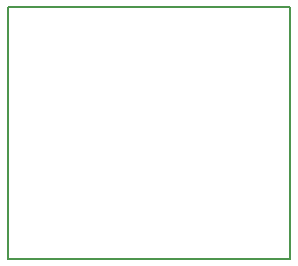
<source format=gbr>
G04 #@! TF.FileFunction,Profile,NP*
%FSLAX46Y46*%
G04 Gerber Fmt 4.6, Leading zero omitted, Abs format (unit mm)*
G04 Created by KiCad (PCBNEW 4.0.2-stable) date 9/13/2016 3:03:07 PM*
%MOMM*%
G01*
G04 APERTURE LIST*
%ADD10C,0.100000*%
%ADD11C,0.150000*%
G04 APERTURE END LIST*
D10*
D11*
X135382000Y-108458000D02*
X135382000Y-87122000D01*
X159258000Y-108458000D02*
X135382000Y-108458000D01*
X159258000Y-87122000D02*
X159258000Y-108458000D01*
X135382000Y-87122000D02*
X159258000Y-87122000D01*
M02*

</source>
